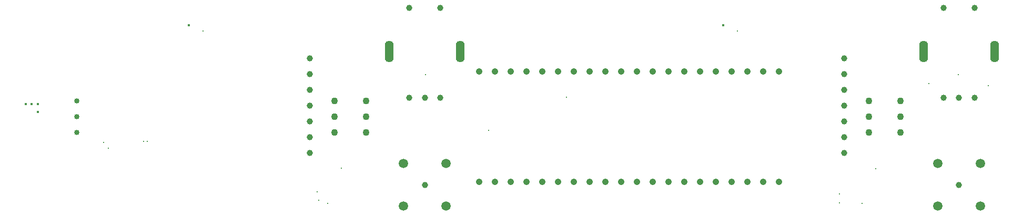
<source format=gbr>
%TF.GenerationSoftware,Altium Limited,Altium Designer,23.7.1 (13)*%
G04 Layer_Color=0*
%FSLAX45Y45*%
%MOMM*%
%TF.SameCoordinates,F0F8C17F-0DA8-4E41-987A-5915CA82B15D*%
%TF.FilePolarity,Positive*%
%TF.FileFunction,Plated,1,4,PTH,Drill*%
%TF.Part,Single*%
G01*
G75*
%TA.AperFunction,ComponentDrill*%
%ADD73C,1.04000*%
%ADD74C,1.00000*%
%ADD75O,1.40000X3.50000*%
%ADD76C,1.09000*%
%ADD77C,1.00000*%
%ADD78C,0.85000*%
%ADD79C,0.99060*%
%ADD80C,1.49860*%
%TA.AperFunction,ViaDrill,NotFilled*%
%ADD81C,0.30000*%
%ADD82C,0.40000*%
D73*
X-225000Y2628000D02*
D03*
X29000D02*
D03*
X283000D02*
D03*
X537000D02*
D03*
X791000D02*
D03*
X1045000D02*
D03*
X1299000D02*
D03*
X1553000D02*
D03*
X1807000D02*
D03*
X2061000D02*
D03*
X2315000D02*
D03*
X2569000D02*
D03*
X2823000D02*
D03*
X3077000D02*
D03*
X3331000D02*
D03*
X3585000D02*
D03*
X3839000D02*
D03*
X4093000D02*
D03*
X4347000D02*
D03*
X4601000D02*
D03*
X-225000Y850000D02*
D03*
X29000D02*
D03*
X283000D02*
D03*
X537000D02*
D03*
X791000D02*
D03*
X1045000D02*
D03*
X1299000D02*
D03*
X1553000D02*
D03*
X1807000D02*
D03*
X2061000D02*
D03*
X2315000D02*
D03*
X2569000D02*
D03*
X2823000D02*
D03*
X3077000D02*
D03*
X3331000D02*
D03*
X3585000D02*
D03*
X3839000D02*
D03*
X4093000D02*
D03*
X4347000D02*
D03*
X4601000D02*
D03*
D74*
X7250000Y3649999D02*
D03*
X7750000D02*
D03*
X7250000Y2199998D02*
D03*
X7500000D02*
D03*
X7750000D02*
D03*
X-850000D02*
D03*
X-1100000D02*
D03*
X-1350000D02*
D03*
X-850000Y3649999D02*
D03*
X-1350000D02*
D03*
D75*
X6930000Y2949998D02*
D03*
X8070000D02*
D03*
X-530000D02*
D03*
X-1670000D02*
D03*
D76*
X6558000Y1899998D02*
D03*
Y2153998D02*
D03*
X6050000Y1645998D02*
D03*
Y1899998D02*
D03*
Y2153998D02*
D03*
X6558000Y1645998D02*
D03*
X-2550000D02*
D03*
Y1899998D02*
D03*
Y2153998D02*
D03*
X-2042000Y1645998D02*
D03*
Y1899998D02*
D03*
Y2153998D02*
D03*
D77*
X-2952000Y1313998D02*
D03*
Y1567998D02*
D03*
Y1821998D02*
D03*
Y2075998D02*
D03*
Y2329998D02*
D03*
Y2583998D02*
D03*
Y2837998D02*
D03*
X5648000D02*
D03*
Y2583998D02*
D03*
Y2329998D02*
D03*
Y2075998D02*
D03*
Y1821998D02*
D03*
Y1567998D02*
D03*
Y1313998D02*
D03*
D78*
X-6700000Y1646000D02*
D03*
Y1900000D02*
D03*
Y2154000D02*
D03*
D79*
X-1100000Y799998D02*
D03*
X7500000D02*
D03*
D80*
X-1444170Y1144168D02*
D03*
X-755830D02*
D03*
X-1444170Y455828D02*
D03*
X-755830D02*
D03*
X7155830Y1144168D02*
D03*
X7844170D02*
D03*
X7155830Y455828D02*
D03*
X7844170D02*
D03*
D81*
X7017500Y2430000D02*
D03*
X-1087500Y2575000D02*
D03*
X-2442500Y1067500D02*
D03*
X-72671Y1674829D02*
D03*
X-2828570Y685000D02*
D03*
X5573817Y509545D02*
D03*
X1181288Y2207740D02*
D03*
X7972500Y2400000D02*
D03*
X5577500Y650000D02*
D03*
X-2660000Y498665D02*
D03*
X-2802500Y555000D02*
D03*
X7487500Y2575000D02*
D03*
X5940000Y498665D02*
D03*
X6158898Y1056568D02*
D03*
X-5570000Y1500000D02*
D03*
X-5630000D02*
D03*
X-6267524Y1480000D02*
D03*
X-6190000Y1387500D02*
D03*
X-4665000Y3279000D02*
D03*
X3935000D02*
D03*
D82*
X-4895199Y3367500D02*
D03*
X3704801D02*
D03*
X-7525000Y2100000D02*
D03*
X-7425000D02*
D03*
X-7325000D02*
D03*
Y1975000D02*
D03*
%TF.MD5,c263a5db81506822d39db10f32c3e878*%
M02*

</source>
